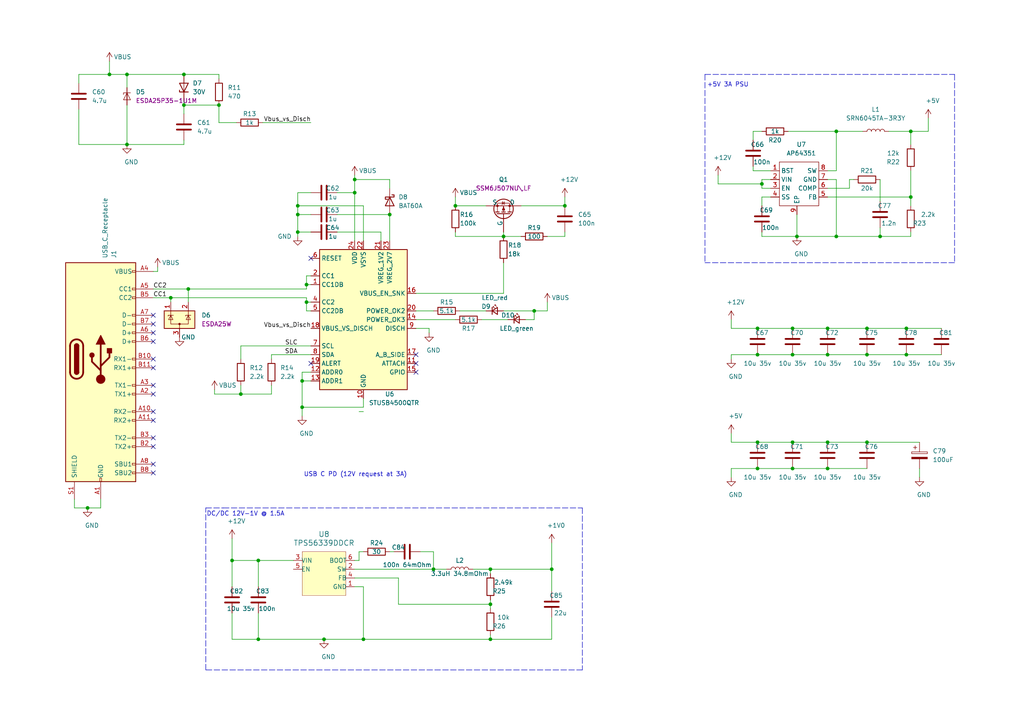
<source format=kicad_sch>
(kicad_sch (version 20211123) (generator eeschema)
  (paper "A4")
  (lib_symbols
    (symbol "CM4_NAS:AP64351"
      (property "Reference" "U" (at 0 8.89 0))
      (property "Value" "AP64351" (at 1.27 6.35 0))
      (symbol "AP64351_1_1"
        (pin passive line (at -7.62 2.54 0) (length 2.54) (name "BST") (number "1"))
        (pin power_in line (at -7.62 0 0) (length 2.54) (name "VIN") (number "2"))
        (pin input line (at -7.62 -2.54 0) (length 2.54) (name "EN") (number "3"))
        (pin input line (at -7.62 -5.08 0) (length 2.54) (name "SS") (number "4"))
        (pin input line (at 8.89 -5.08 180) (length 2.54) (name "FB") (number "5"))
        (pin input line (at 8.89 -2.54 180) (length 2.54) (name "COMP") (number "6"))
        (pin power_in line (at 8.89 0 180) (length 2.54) (name "GND") (number "7"))
        (pin output line (at 8.89 2.54 180) (length 2.54) (name "SW") (number "8"))
        (pin passive line (at 0 -10.16 90) (length 2.54) (name "EP") (number "9"))
      )
    )
    (symbol "CM4_NAS:ESDA25P35" (pin_numbers hide) (pin_names hide)
      (property "Reference" "D" (at 0 2.54 0))
      (property "MPN" "ESDA25P35" (at 0 -2.54 0))
      (symbol "ESDA25P35_1_1"
        (pin passive line (at -2.54 0 0) (length 2.54) (name "K1") (number "1"))
        (pin passive line (at 2.54 0 180) (length 2.54) (name "A") (number "2"))
      )
    )
    (symbol "CM4_NAS:ESDA25W" (pin_names hide)
      (property "Reference" "D" (at 5.715 2.54 0))
      (property "MPN" "ESDA25W" (at 10.16 0 0))
      (symbol "ESDA25W_0_0"
        (pin passive line (at 0 -5.08 90) (length 2.54) (name "A") (number "3"))
      )
      (symbol "ESDA25W_1_1"
        (pin passive line (at -2.54 5.08 270) (length 2.54) (name "K") (number "1"))
        (pin passive line (at 2.54 5.08 270) (length 2.54) (name "K") (number "2"))
      )
    )
    (symbol "CM4_NAS:SSM6J507NU" (pin_numbers hide) (pin_names (offset 0))
      (property "Reference" "Q" (at 5.08 1.27 0))
      (property "MPN" "SSM6J507NU" (at 11.43 -1.27 0))
      (symbol "SSM6J507NU_0_0"
        (pin passive line (at 2.54 5.08 270) (length 5.08) hide (name "D") (number "1"))
        (pin passive line (at 2.54 5.08 270) (length 5.08) hide (name "D") (number "2"))
        (pin passive line (at 2.54 5.08 270) (length 5.08) hide (name "D") (number "6"))
        (pin passive line (at 2.54 5.08 270) (length 5.08) (name "D") (number "D"))
        (pin passive line (at 2.54 -5.08 90) (length 5.08) (name "S") (number "S"))
      )
      (symbol "SSM6J507NU_1_1"
        (pin input line (at -5.08 0 0) (length 5.08) (name "G") (number "3"))
        (pin passive line (at 2.54 -5.08 90) (length 2.54) hide (name "S") (number "4"))
        (pin passive line (at 2.54 5.08 270) (length 2.54) hide (name "D") (number "5"))
      )
    )
    (symbol "CM4_NAS:TPS56339DDCR" (pin_names (offset -0.254))
      (property "Reference" "U" (at -1.27 10.16 0))
      (property "Value" "TPS56339DDCR" (at 0 7.62 0))
      (symbol "TPS56339DDCR_1_1"
        (pin power_in line (at 8.89 -3.81 180) (length 2.54) (name "GND") (number "1"))
        (pin power_in line (at 8.89 1.27 180) (length 2.54) (name "SW") (number "2"))
        (pin power_in line (at -8.89 3.81 0) (length 2.54) (name "VIN") (number "3"))
        (pin input line (at 8.89 -1.27 180) (length 2.54) (name "FB") (number "4"))
        (pin input line (at -8.89 1.27 0) (length 2.54) (name "EN") (number "5"))
        (pin power_in line (at 8.89 3.81 180) (length 2.54) (name "BOOT") (number "6"))
      )
    )
    (symbol "Connector:USB_C_Receptacle" (pin_names (offset 1.016))
      (property "Reference" "J" (at -10.16 29.21 0))
      (property "Value" "USB_C_Receptacle" (at 10.16 29.21 0))
      (symbol "USB_C_Receptacle_1_1"
        (pin passive line (at 0 -40.64 90) (length 5.08) (name "GND") (number "A1"))
        (pin bidirectional line (at 15.24 -15.24 180) (length 5.08) (name "RX2-") (number "A10"))
        (pin bidirectional line (at 15.24 -17.78 180) (length 5.08) (name "RX2+") (number "A11"))
        (pin passive line (at 0 -40.64 90) (length 5.08) hide (name "GND") (number "A12"))
        (pin bidirectional line (at 15.24 -10.16 180) (length 5.08) (name "TX1+") (number "A2"))
        (pin bidirectional line (at 15.24 -7.62 180) (length 5.08) (name "TX1-") (number "A3"))
        (pin passive line (at 15.24 25.4 180) (length 5.08) (name "VBUS") (number "A4"))
        (pin bidirectional line (at 15.24 20.32 180) (length 5.08) (name "CC1") (number "A5"))
        (pin bidirectional line (at 15.24 7.62 180) (length 5.08) (name "D+") (number "A6"))
        (pin bidirectional line (at 15.24 12.7 180) (length 5.08) (name "D-") (number "A7"))
        (pin bidirectional line (at 15.24 -30.48 180) (length 5.08) (name "SBU1") (number "A8"))
        (pin passive line (at 15.24 25.4 180) (length 5.08) hide (name "VBUS") (number "A9"))
        (pin passive line (at 0 -40.64 90) (length 5.08) hide (name "GND") (number "B1"))
        (pin bidirectional line (at 15.24 0 180) (length 5.08) (name "RX1-") (number "B10"))
        (pin bidirectional line (at 15.24 -2.54 180) (length 5.08) (name "RX1+") (number "B11"))
        (pin passive line (at 0 -40.64 90) (length 5.08) hide (name "GND") (number "B12"))
        (pin bidirectional line (at 15.24 -25.4 180) (length 5.08) (name "TX2+") (number "B2"))
        (pin bidirectional line (at 15.24 -22.86 180) (length 5.08) (name "TX2-") (number "B3"))
        (pin passive line (at 15.24 25.4 180) (length 5.08) hide (name "VBUS") (number "B4"))
        (pin bidirectional line (at 15.24 17.78 180) (length 5.08) (name "CC2") (number "B5"))
        (pin bidirectional line (at 15.24 5.08 180) (length 5.08) (name "D+") (number "B6"))
        (pin bidirectional line (at 15.24 10.16 180) (length 5.08) (name "D-") (number "B7"))
        (pin bidirectional line (at 15.24 -33.02 180) (length 5.08) (name "SBU2") (number "B8"))
        (pin passive line (at 15.24 25.4 180) (length 5.08) hide (name "VBUS") (number "B9"))
        (pin passive line (at -7.62 -40.64 90) (length 5.08) (name "SHIELD") (number "S1"))
      )
    )
    (symbol "Device:C" (pin_numbers hide) (pin_names (offset 0.254))
      (property "Reference" "C" (at 0.635 2.54 0))
      (property "Value" "C" (at 0.635 -2.54 0))
      (symbol "C_1_1"
        (pin passive line (at 0 3.81 270) (length 2.794) (name "~") (number "1"))
        (pin passive line (at 0 -3.81 90) (length 2.794) (name "~") (number "2"))
      )
    )
    (symbol "Device:C_Polarized" (pin_numbers hide) (pin_names (offset 0.254))
      (property "Reference" "C" (at 0.635 2.54 0))
      (property "Value" "C_Polarized" (at 0.635 -2.54 0))
      (symbol "C_Polarized_1_1"
        (pin passive line (at 0 3.81 270) (length 2.794) (name "~") (number "1"))
        (pin passive line (at 0 -3.81 90) (length 2.794) (name "~") (number "2"))
      )
    )
    (symbol "Device:D_Zener" (pin_numbers hide) (pin_names (offset 1.016) hide)
      (property "Reference" "D" (at 0 2.54 0))
      (property "Value" "D_Zener" (at 0 -2.54 0))
      (symbol "D_Zener_1_1"
        (pin passive line (at -3.81 0 0) (length 2.54) (name "K") (number "1"))
        (pin passive line (at 3.81 0 180) (length 2.54) (name "A") (number "2"))
      )
    )
    (symbol "Device:L" (pin_numbers hide) (pin_names (offset 1.016) hide)
      (property "Reference" "L" (at -1.27 0 90))
      (property "Value" "L" (at 1.905 0 90))
      (symbol "L_1_1"
        (pin passive line (at 0 3.81 270) (length 1.27) (name "1") (number "1"))
        (pin passive line (at 0 -3.81 90) (length 1.27) (name "2") (number "2"))
      )
    )
    (symbol "Device:LED_Small" (pin_numbers hide) (pin_names (offset 0.254) hide)
      (property "Reference" "D" (at -1.27 3.175 0))
      (property "Value" "LED_Small" (at -4.445 -2.54 0))
      (symbol "LED_Small_1_1"
        (pin passive line (at -2.54 0 0) (length 1.778) (name "K") (number "1"))
        (pin passive line (at 2.54 0 180) (length 1.778) (name "A") (number "2"))
      )
    )
    (symbol "Device:R" (pin_numbers hide) (pin_names (offset 0))
      (property "Reference" "R" (at 2.032 0 90))
      (property "Value" "R" (at 0 0 90))
      (symbol "R_1_1"
        (pin passive line (at 0 3.81 270) (length 1.27) (name "~") (number "1"))
        (pin passive line (at 0 -3.81 90) (length 1.27) (name "~") (number "2"))
      )
    )
    (symbol "Diode:BAT60A" (pin_numbers hide) (pin_names (offset 1.016) hide)
      (property "Reference" "D" (at 0 2.54 0))
      (property "Value" "BAT60A" (at 0 -2.54 0))
      (symbol "BAT60A_1_1"
        (pin passive line (at -3.81 0 0) (length 2.54) (name "K") (number "1"))
        (pin passive line (at 3.81 0 180) (length 2.54) (name "A") (number "2"))
      )
    )
    (symbol "Interface_USB:STUSB4500QTR"
      (property "Reference" "U" (at -12.7 21.59 0))
      (property "Value" "STUSB4500QTR" (at 8.89 -21.59 0))
      (symbol "STUSB4500QTR_1_1"
        (pin bidirectional line (at -15.24 10.16 0) (length 2.54) (name "CC1DB") (number "1"))
        (pin power_in line (at 0 -22.86 90) (length 2.54) (name "GND") (number "10"))
        (pin open_collector line (at 15.24 -12.7 180) (length 2.54) (name "ATTACH") (number "11"))
        (pin input line (at -15.24 -15.24 0) (length 2.54) (name "ADDR0") (number "12"))
        (pin input line (at -15.24 -17.78 0) (length 2.54) (name "ADDR1") (number "13"))
        (pin open_collector line (at 15.24 0 180) (length 2.54) (name "POWER_OK3") (number "14"))
        (pin open_collector line (at 15.24 -15.24 180) (length 2.54) (name "GPIO") (number "15"))
        (pin open_collector line (at 15.24 7.62 180) (length 2.54) (name "VBUS_EN_SNK") (number "16"))
        (pin open_collector line (at 15.24 -10.16 180) (length 2.54) (name "A_B_SIDE") (number "17"))
        (pin input line (at -15.24 -2.54 0) (length 2.54) (name "VBUS_VS_DISCH") (number "18"))
        (pin open_collector line (at -15.24 -12.7 0) (length 2.54) (name "ALERT") (number "19"))
        (pin bidirectional line (at -15.24 12.7 0) (length 2.54) (name "CC1") (number "2"))
        (pin open_collector line (at 15.24 2.54 180) (length 2.54) (name "POWER_OK2") (number "20"))
        (pin power_out line (at 5.08 22.86 270) (length 2.54) (name "VREG_1V2") (number "21"))
        (pin power_in line (at 0 22.86 270) (length 2.54) (name "VSYS") (number "22"))
        (pin power_out line (at 7.62 22.86 270) (length 2.54) (name "VREG_2V7") (number "23"))
        (pin power_in line (at -2.54 22.86 270) (length 2.54) (name "VDD") (number "24"))
        (pin passive line (at 0 -22.86 90) (length 2.54) hide (name "GND") (number "25"))
        (pin no_connect line (at -12.7 15.24 0) (length 2.54) hide (name "NC") (number "3"))
        (pin bidirectional line (at -15.24 5.08 0) (length 2.54) (name "CC2") (number "4"))
        (pin bidirectional line (at -15.24 2.54 0) (length 2.54) (name "CC2DB") (number "5"))
        (pin input line (at -15.24 17.78 0) (length 2.54) (name "RESET") (number "6"))
        (pin input line (at -15.24 -7.62 0) (length 2.54) (name "SCL") (number "7"))
        (pin bidirectional line (at -15.24 -10.16 0) (length 2.54) (name "SDA") (number "8"))
        (pin bidirectional line (at 15.24 -2.54 180) (length 2.54) (name "DISCH") (number "9"))
      )
    )
    (symbol "power:+12V" (power) (pin_names (offset 0))
      (property "Value" "+12V" (at 0 3.556 0))
      (symbol "+12V_1_1"
        (pin power_in line (at 0 0 90) (length 0) hide (name "+12V") (number "1"))
      )
    )
    (symbol "power:+1V0" (power) (pin_names (offset 0))
      (property "Value" "+1V0" (at 0 3.556 0))
      (symbol "+1V0_1_1"
        (pin power_in line (at 0 0 90) (length 0) hide (name "+1V0") (number "1"))
      )
    )
    (symbol "power:+5V" (power) (pin_names (offset 0))
      (property "Value" "+5V" (at 0 3.556 0))
      (symbol "+5V_1_1"
        (pin power_in line (at 0 0 90) (length 0) hide (name "+5V") (number "1"))
      )
    )
    (symbol "power:GND" (power) (pin_names (offset 0))
      (property "Value" "GND" (at 0 -3.81 0))
      (symbol "GND_1_1"
        (pin power_in line (at 0 0 270) (length 0) hide (name "GND") (number "1"))
      )
    )
    (symbol "power:VBUS" (power) (pin_names (offset 0))
      (property "Value" "VBUS" (at 0 3.81 0))
      (symbol "VBUS_1_1"
        (pin power_in line (at 0 0 90) (length 0) hide (name "VBUS") (number "1"))
      )
    )
  )
  (junction (at 242.57 38.1) (diameter 0.9144))
  (junction (at 142.24 175.26) (diameter 0.9144))
  (junction (at 69.85 114.3) (diameter 0.9144))
  (junction (at 88.9 82.55) (diameter 0.9144))
  (junction (at 102.87 55.88) (diameter 0.9144))
  (junction (at 142.24 165.1) (diameter 0.9144))
  (junction (at 105.41 185.42) (diameter 0.9144))
  (junction (at 264.16 57.15) (diameter 0.9144))
  (junction (at 146.05 68.58) (diameter 0.9144))
  (junction (at 125.73 165.1) (diameter 0.9144))
  (junction (at 219.71 95.25) (diameter 0.9144))
  (junction (at 86.36 62.23) (diameter 0.9144))
  (junction (at 74.93 162.56) (diameter 0.9144))
  (junction (at 86.36 67.31) (diameter 0.9144))
  (junction (at 142.24 185.42) (diameter 0.9144))
  (junction (at 240.03 95.25) (diameter 0.9144))
  (junction (at 25.4 147.32) (diameter 0.9144))
  (junction (at 53.34 21.59) (diameter 0.9144))
  (junction (at 113.03 62.23) (diameter 0.9144))
  (junction (at 31.75 21.59) (diameter 0.9144))
  (junction (at 240.03 135.89) (diameter 0.9144))
  (junction (at 251.46 102.87) (diameter 0.9144))
  (junction (at 229.87 95.25) (diameter 0.9144))
  (junction (at 102.87 52.07) (diameter 0.9144))
  (junction (at 74.93 185.42) (diameter 0.9144))
  (junction (at 251.46 128.27) (diameter 0.9144))
  (junction (at 163.83 59.69) (diameter 0.9144))
  (junction (at 49.53 86.36) (diameter 0.9144))
  (junction (at 154.94 90.17) (diameter 0.9144))
  (junction (at 251.46 95.25) (diameter 0.9144))
  (junction (at 229.87 128.27) (diameter 0.9144))
  (junction (at 86.36 59.69) (diameter 0.9144))
  (junction (at 262.89 95.25) (diameter 0.9144))
  (junction (at 220.98 53.34) (diameter 0.9144))
  (junction (at 87.63 118.11) (diameter 0.9144))
  (junction (at 36.83 41.91) (diameter 0.9144))
  (junction (at 240.03 128.27) (diameter 0.9144))
  (junction (at 264.16 38.1) (diameter 0.9144))
  (junction (at 219.71 135.89) (diameter 0.9144))
  (junction (at 87.63 110.49) (diameter 0.9144))
  (junction (at 219.71 128.27) (diameter 0.9144))
  (junction (at 219.71 102.87) (diameter 0.9144))
  (junction (at 93.98 185.42) (diameter 0.9144))
  (junction (at 255.27 68.58) (diameter 0.9144))
  (junction (at 242.57 68.58) (diameter 0.9144))
  (junction (at 53.34 30.48) (diameter 0.9144))
  (junction (at 229.87 135.89) (diameter 0.9144))
  (junction (at 63.5 30.48) (diameter 0.9144))
  (junction (at 88.9 87.63) (diameter 0.9144))
  (junction (at 240.03 102.87) (diameter 0.9144))
  (junction (at 229.87 102.87) (diameter 0.9144))
  (junction (at 231.14 68.58) (diameter 0.9144))
  (junction (at 132.08 59.69) (diameter 0.9144))
  (junction (at 160.02 165.1) (diameter 0.9144))
  (junction (at 67.31 162.56) (diameter 0.9144))
  (junction (at 36.83 21.59) (diameter 0.9144))
  (junction (at 262.89 102.87) (diameter 0.9144))
  (junction (at 54.61 83.82) (diameter 0.9144))
  (no_connect (at 44.45 93.98))
  (no_connect (at 90.17 74.93))
  (no_connect (at 44.45 121.92))
  (no_connect (at 44.45 129.54))
  (no_connect (at 44.45 111.76))
  (no_connect (at 44.45 137.16))
  (no_connect (at 44.45 96.52))
  (no_connect (at 120.65 102.87))
  (no_connect (at 44.45 91.44))
  (no_connect (at 44.45 127))
  (no_connect (at 120.65 105.41))
  (no_connect (at 44.45 114.3))
  (no_connect (at 44.45 134.62))
  (no_connect (at 44.45 99.06))
  (no_connect (at 120.65 107.95))
  (no_connect (at 44.45 119.38))
  (no_connect (at 44.45 104.14))
  (no_connect (at 90.17 105.41))
  (no_connect (at 44.45 106.68))
  (wire (pts (xy 142.24 173.99) (xy 142.24 175.26)))
  (wire (pts (xy 142.24 175.26) (xy 142.24 176.53)))
  (wire (pts (xy 120.65 90.17) (xy 125.73 90.17)))
  (wire (pts (xy 139.7 92.71) (xy 147.32 92.71)))
  (wire (pts (xy 242.57 68.58) (xy 231.14 68.58)))
  (wire (pts (xy 113.03 160.02) (xy 114.3 160.02)))
  (wire (pts (xy 229.87 128.27) (xy 240.03 128.27)))
  (wire (pts (xy 219.71 128.27) (xy 229.87 128.27)))
  (wire (pts (xy 87.63 110.49) (xy 87.63 107.95)))
  (wire (pts (xy 264.16 67.31) (xy 264.16 68.58)))
  (wire (pts (xy 21.59 147.32) (xy 25.4 147.32)))
  (wire (pts (xy 86.36 67.31) (xy 86.36 62.23)))
  (wire (pts (xy 63.5 35.56) (xy 63.5 30.48)))
  (wire (pts (xy 88.9 83.82) (xy 88.9 82.55)))
  (wire (pts (xy 44.45 78.74) (xy 45.72 78.74)))
  (wire (pts (xy 262.89 95.25) (xy 273.05 95.25)))
  (wire (pts (xy 78.74 114.3) (xy 69.85 114.3)))
  (wire (pts (xy 78.74 102.87) (xy 90.17 102.87)))
  (wire (pts (xy 212.09 95.25) (xy 219.71 95.25)))
  (wire (pts (xy 104.14 119.38) (xy 105.41 119.38)))
  (wire (pts (xy 88.9 90.17) (xy 88.9 87.63)))
  (wire (pts (xy 102.87 165.1) (xy 125.73 165.1)))
  (wire (pts (xy 125.73 165.1) (xy 129.54 165.1)))
  (wire (pts (xy 219.71 102.87) (xy 212.09 102.87)))
  (wire (pts (xy 242.57 68.58) (xy 255.27 68.58)))
  (wire (pts (xy 251.46 128.27) (xy 266.7 128.27)))
  (wire (pts (xy 133.35 90.17) (xy 140.97 90.17)))
  (wire (pts (xy 53.34 29.21) (xy 53.34 30.48)))
  (wire (pts (xy 49.53 86.36) (xy 88.9 86.36)))
  (wire (pts (xy 146.05 68.58) (xy 151.13 68.58)))
  (wire (pts (xy 63.5 21.59) (xy 63.5 22.86)))
  (wire (pts (xy 22.86 31.75) (xy 22.86 41.91)))
  (polyline (pts (xy 276.86 76.2) (xy 204.47 76.2)) (stroke (width 0) (type dash)))
  (wire (pts (xy 251.46 95.25) (xy 262.89 95.25)))
  (wire (pts (xy 102.87 55.88) (xy 102.87 69.85)))
  (wire (pts (xy 242.57 38.1) (xy 250.19 38.1)))
  (wire (pts (xy 22.86 24.13) (xy 22.86 21.59)))
  (wire (pts (xy 269.24 34.29) (xy 269.24 38.1)))
  (wire (pts (xy 240.03 135.89) (xy 251.46 135.89)))
  (wire (pts (xy 212.09 125.73) (xy 212.09 128.27)))
  (wire (pts (xy 219.71 135.89) (xy 212.09 135.89)))
  (wire (pts (xy 240.03 102.87) (xy 229.87 102.87)))
  (wire (pts (xy 88.9 86.36) (xy 88.9 87.63)))
  (wire (pts (xy 62.23 114.3) (xy 69.85 114.3)))
  (wire (pts (xy 163.83 68.58) (xy 163.83 67.31)))
  (wire (pts (xy 132.08 67.31) (xy 132.08 68.58)))
  (wire (pts (xy 102.87 52.07) (xy 102.87 55.88)))
  (wire (pts (xy 74.93 162.56) (xy 85.09 162.56)))
  (polyline (pts (xy 204.47 21.59) (xy 276.86 21.59)) (stroke (width 0) (type dash)))
  (wire (pts (xy 102.87 167.64) (xy 115.57 167.64)))
  (wire (pts (xy 115.57 167.64) (xy 115.57 175.26)))
  (wire (pts (xy 115.57 175.26) (xy 142.24 175.26)))
  (wire (pts (xy 110.49 67.31) (xy 97.79 67.31)))
  (wire (pts (xy 120.65 85.09) (xy 146.05 85.09)))
  (wire (pts (xy 36.83 30.48) (xy 36.83 41.91)))
  (wire (pts (xy 121.92 160.02) (xy 125.73 160.02)))
  (wire (pts (xy 125.73 160.02) (xy 125.73 165.1)))
  (wire (pts (xy 218.44 40.64) (xy 218.44 38.1)))
  (wire (pts (xy 255.27 66.04) (xy 255.27 68.58)))
  (wire (pts (xy 240.03 95.25) (xy 251.46 95.25)))
  (polyline (pts (xy 204.47 21.59) (xy 204.47 76.2)) (stroke (width 0) (type dash)))
  (wire (pts (xy 25.4 147.32) (xy 29.21 147.32)))
  (wire (pts (xy 154.94 90.17) (xy 154.94 92.71)))
  (wire (pts (xy 87.63 118.11) (xy 105.41 118.11)))
  (wire (pts (xy 212.09 92.71) (xy 212.09 95.25)))
  (wire (pts (xy 273.05 102.87) (xy 262.89 102.87)))
  (wire (pts (xy 29.21 147.32) (xy 29.21 144.78)))
  (wire (pts (xy 88.9 80.01) (xy 88.9 82.55)))
  (wire (pts (xy 218.44 49.53) (xy 218.44 48.26)))
  (wire (pts (xy 67.31 177.8) (xy 67.31 185.42)))
  (wire (pts (xy 67.31 185.42) (xy 74.93 185.42)))
  (wire (pts (xy 74.93 185.42) (xy 93.98 185.42)))
  (wire (pts (xy 229.87 95.25) (xy 240.03 95.25)))
  (wire (pts (xy 86.36 59.69) (xy 105.41 59.69)))
  (wire (pts (xy 220.98 67.31) (xy 220.98 68.58)))
  (wire (pts (xy 208.28 53.34) (xy 220.98 53.34)))
  (wire (pts (xy 67.31 162.56) (xy 74.93 162.56)))
  (wire (pts (xy 67.31 170.18) (xy 67.31 162.56)))
  (wire (pts (xy 223.52 54.61) (xy 220.98 54.61)))
  (wire (pts (xy 53.34 40.64) (xy 53.34 41.91)))
  (wire (pts (xy 212.09 102.87) (xy 212.09 104.14)))
  (wire (pts (xy 220.98 52.07) (xy 223.52 52.07)))
  (wire (pts (xy 158.75 87.63) (xy 158.75 90.17)))
  (wire (pts (xy 69.85 114.3) (xy 69.85 111.76)))
  (wire (pts (xy 53.34 41.91) (xy 36.83 41.91)))
  (wire (pts (xy 142.24 165.1) (xy 160.02 165.1)))
  (wire (pts (xy 160.02 165.1) (xy 160.02 171.45)))
  (wire (pts (xy 154.94 92.71) (xy 152.4 92.71)))
  (wire (pts (xy 74.93 162.56) (xy 74.93 170.18)))
  (wire (pts (xy 158.75 68.58) (xy 163.83 68.58)))
  (wire (pts (xy 90.17 90.17) (xy 88.9 90.17)))
  (wire (pts (xy 229.87 102.87) (xy 219.71 102.87)))
  (wire (pts (xy 53.34 30.48) (xy 63.5 30.48)))
  (wire (pts (xy 44.45 86.36) (xy 49.53 86.36)))
  (wire (pts (xy 49.53 86.36) (xy 49.53 87.63)))
  (wire (pts (xy 240.03 57.15) (xy 264.16 57.15)))
  (wire (pts (xy 54.61 83.82) (xy 54.61 87.63)))
  (wire (pts (xy 212.09 135.89) (xy 212.09 138.43)))
  (wire (pts (xy 78.74 104.14) (xy 78.74 102.87)))
  (wire (pts (xy 132.08 68.58) (xy 146.05 68.58)))
  (wire (pts (xy 90.17 110.49) (xy 87.63 110.49)))
  (wire (pts (xy 229.87 135.89) (xy 240.03 135.89)))
  (wire (pts (xy 124.46 95.25) (xy 124.46 96.52)))
  (wire (pts (xy 68.58 35.56) (xy 63.5 35.56)))
  (wire (pts (xy 62.23 113.03) (xy 62.23 114.3)))
  (polyline (pts (xy 276.86 21.59) (xy 276.86 76.2)) (stroke (width 0) (type dash)))
  (wire (pts (xy 22.86 41.91) (xy 36.83 41.91)))
  (wire (pts (xy 120.65 95.25) (xy 124.46 95.25)))
  (wire (pts (xy 262.89 102.87) (xy 251.46 102.87)))
  (wire (pts (xy 31.75 21.59) (xy 31.75 17.78)))
  (wire (pts (xy 36.83 21.59) (xy 31.75 21.59)))
  (wire (pts (xy 76.2 35.56) (xy 90.17 35.56)))
  (wire (pts (xy 86.36 62.23) (xy 90.17 62.23)))
  (wire (pts (xy 105.41 170.18) (xy 102.87 170.18)))
  (wire (pts (xy 105.41 185.42) (xy 105.41 170.18)))
  (wire (pts (xy 142.24 184.15) (xy 142.24 185.42)))
  (wire (pts (xy 142.24 185.42) (xy 105.41 185.42)))
  (wire (pts (xy 242.57 49.53) (xy 240.03 49.53)))
  (wire (pts (xy 146.05 67.31) (xy 146.05 68.58)))
  (wire (pts (xy 264.16 38.1) (xy 264.16 41.91)))
  (polyline (pts (xy 59.69 147.32) (xy 64.77 147.32)) (stroke (width 0) (type dash)))
  (polyline (pts (xy 59.69 194.31) (xy 59.69 147.32)) (stroke (width 0) (type dash)))
  (polyline (pts (xy 64.77 147.32) (xy 168.91 147.32)) (stroke (width 0) (type dash)))
  (polyline (pts (xy 168.91 147.32) (xy 168.91 194.31)) (stroke (width 0) (type dash)))
  (polyline (pts (xy 168.91 194.31) (xy 59.69 194.31)) (stroke (width 0) (type dash)))
  (wire (pts (xy 36.83 21.59) (xy 53.34 21.59)))
  (wire (pts (xy 53.34 21.59) (xy 63.5 21.59)))
  (wire (pts (xy 87.63 110.49) (xy 87.63 118.11)))
  (wire (pts (xy 88.9 80.01) (xy 90.17 80.01)))
  (wire (pts (xy 69.85 100.33) (xy 69.85 104.14)))
  (wire (pts (xy 257.81 38.1) (xy 264.16 38.1)))
  (wire (pts (xy 110.49 69.85) (xy 110.49 67.31)))
  (wire (pts (xy 151.13 59.69) (xy 163.83 59.69)))
  (wire (pts (xy 86.36 67.31) (xy 90.17 67.31)))
  (wire (pts (xy 212.09 128.27) (xy 219.71 128.27)))
  (wire (pts (xy 142.24 165.1) (xy 142.24 166.37)))
  (wire (pts (xy 86.36 68.58) (xy 86.36 67.31)))
  (wire (pts (xy 22.86 21.59) (xy 31.75 21.59)))
  (wire (pts (xy 102.87 52.07) (xy 113.03 52.07)))
  (wire (pts (xy 220.98 57.15) (xy 223.52 57.15)))
  (wire (pts (xy 163.83 57.15) (xy 163.83 59.69)))
  (wire (pts (xy 86.36 59.69) (xy 86.36 55.88)))
  (wire (pts (xy 264.16 68.58) (xy 255.27 68.58)))
  (wire (pts (xy 264.16 49.53) (xy 264.16 57.15)))
  (wire (pts (xy 88.9 87.63) (xy 90.17 87.63)))
  (wire (pts (xy 219.71 95.25) (xy 229.87 95.25)))
  (wire (pts (xy 266.7 135.89) (xy 266.7 138.43)))
  (wire (pts (xy 78.74 111.76) (xy 78.74 114.3)))
  (wire (pts (xy 231.14 68.58) (xy 231.14 62.23)))
  (wire (pts (xy 223.52 49.53) (xy 218.44 49.53)))
  (wire (pts (xy 132.08 57.15) (xy 132.08 59.69)))
  (wire (pts (xy 45.72 78.74) (xy 45.72 77.47)))
  (wire (pts (xy 54.61 83.82) (xy 88.9 83.82)))
  (wire (pts (xy 86.36 62.23) (xy 86.36 59.69)))
  (wire (pts (xy 220.98 59.69) (xy 220.98 57.15)))
  (wire (pts (xy 93.98 185.42) (xy 105.41 185.42)))
  (wire (pts (xy 102.87 162.56) (xy 104.14 162.56)))
  (wire (pts (xy 104.14 160.02) (xy 105.41 160.02)))
  (wire (pts (xy 104.14 162.56) (xy 104.14 160.02)))
  (wire (pts (xy 67.31 156.21) (xy 67.31 162.56)))
  (wire (pts (xy 142.24 185.42) (xy 160.02 185.42)))
  (wire (pts (xy 160.02 185.42) (xy 160.02 179.07)))
  (wire (pts (xy 220.98 54.61) (xy 220.98 53.34)))
  (wire (pts (xy 44.45 83.82) (xy 54.61 83.82)))
  (wire (pts (xy 90.17 82.55) (xy 88.9 82.55)))
  (wire (pts (xy 146.05 90.17) (xy 154.94 90.17)))
  (wire (pts (xy 220.98 68.58) (xy 231.14 68.58)))
  (wire (pts (xy 219.71 135.89) (xy 229.87 135.89)))
  (wire (pts (xy 160.02 157.48) (xy 160.02 165.1)))
  (wire (pts (xy 158.75 90.17) (xy 154.94 90.17)))
  (wire (pts (xy 142.24 165.1) (xy 137.16 165.1)))
  (wire (pts (xy 218.44 38.1) (xy 220.98 38.1)))
  (wire (pts (xy 240.03 54.61) (xy 246.38 54.61)))
  (wire (pts (xy 220.98 53.34) (xy 220.98 52.07)))
  (wire (pts (xy 208.28 50.8) (xy 208.28 53.34)))
  (wire (pts (xy 90.17 100.33) (xy 69.85 100.33)))
  (wire (pts (xy 146.05 85.09) (xy 146.05 76.2)))
  (wire (pts (xy 97.79 62.23) (xy 113.03 62.23)))
  (wire (pts (xy 120.65 92.71) (xy 132.08 92.71)))
  (wire (pts (xy 113.03 54.61) (xy 113.03 52.07)))
  (wire (pts (xy 97.79 55.88) (xy 102.87 55.88)))
  (wire (pts (xy 228.6 38.1) (xy 242.57 38.1)))
  (wire (pts (xy 242.57 38.1) (xy 242.57 49.53)))
  (wire (pts (xy 242.57 52.07) (xy 242.57 68.58)))
  (wire (pts (xy 53.34 30.48) (xy 53.34 33.02)))
  (wire (pts (xy 269.24 38.1) (xy 264.16 38.1)))
  (wire (pts (xy 255.27 52.07) (xy 255.27 58.42)))
  (wire (pts (xy 246.38 54.61) (xy 246.38 52.07)))
  (wire (pts (xy 240.03 128.27) (xy 251.46 128.27)))
  (wire (pts (xy 105.41 115.57) (xy 105.41 118.11)))
  (wire (pts (xy 87.63 107.95) (xy 90.17 107.95)))
  (wire (pts (xy 21.59 144.78) (xy 21.59 147.32)))
  (wire (pts (xy 36.83 25.4) (xy 36.83 21.59)))
  (wire (pts (xy 87.63 118.11) (xy 87.63 120.65)))
  (wire (pts (xy 86.36 55.88) (xy 90.17 55.88)))
  (wire (pts (xy 264.16 57.15) (xy 264.16 59.69)))
  (wire (pts (xy 246.38 52.07) (xy 247.65 52.07)))
  (wire (pts (xy 113.03 62.23) (xy 113.03 69.85)))
  (wire (pts (xy 102.87 50.8) (xy 102.87 52.07)))
  (wire (pts (xy 251.46 102.87) (xy 240.03 102.87)))
  (wire (pts (xy 240.03 52.07) (xy 242.57 52.07)))
  (wire (pts (xy 74.93 177.8) (xy 74.93 185.42)))
  (wire (pts (xy 105.41 69.85) (xy 105.41 59.69)))
  (wire (pts (xy 132.08 59.69) (xy 140.97 59.69)))
  (text "USB C PD (12V request at 3A)\n" (at 118.11 138.43 180) (effects (font (size 1.27 1.27)) (justify right bottom)))
  (text "DC/DC 12V-1V @ 1.5A" (at 82.55 149.86 180) (effects (font (size 1.27 1.27)) (justify right bottom)))
  (text "+5V 3A PSU" (at 217.17 25.4 180) (effects (font (size 1.27 1.27)) (justify right bottom)))
  (label "SDA" (at 86.36 102.87 180))
  (label "Vbus_vs_Disch" (at 90.17 95.25 180))
  (label "SLC" (at 86.36 100.33 180))
  (label "Vbus_vs_Disch" (at 90.17 35.56 180))
  (label "CC1" (at 44.45 86.36 0))
  (label "CC2" (at 44.45 83.82 0))
  (symbol (lib_id "Device:R") (at 78.74 107.95 0) (unit 1)
    (property "Reference" "R14" (at 81.28 106.68 0) (effects (justify left)))
    (property "Value" "2.2k" (at 81.28 109.22 0) (effects (justify left)))
    (property "Footprint" "Resistor_SMD:R_0402_1005Metric" (effects hide))
    (property "MFR" "Yageo" (effects hide))
    (property "MPN" "RC0402FR-132K2L" (effects hide))
  )
  (symbol (lib_id "power:GND") (at 231.14 68.58 0) (unit 1)
    (property "Reference" "#PWR0156" (effects hide))
    (property "Value" "GND" (at 232.41 73.66 0))
  )
  (symbol (lib_id "power:GND") (at 124.46 96.52 0) (unit 1)
    (property "Reference" "#PWR0146" (effects hide))
    (property "Value" "GND" (at 125.73 101.6 0))
  )
  (symbol (lib_id "Device:R") (at 132.08 63.5 0) (unit 1)
    (property "Reference" "R16" (at 133.35 62.23 0) (effects (justify left)))
    (property "Value" "100k" (at 133.35 64.77 0) (effects (justify left)))
    (property "Footprint" "Resistor_SMD:R_0402_1005Metric" (effects hide))
    (property "MFR" "Bourns" (effects hide))
    (property "MPN" "CR0402-FX-1003GLF" (effects hide))
  )
  (symbol (lib_id "Interface_USB:STUSB4500QTR") (at 105.41 92.71 0) (unit 1)
    (property "Reference" "U6" (at 113.03 114.3 0))
    (property "Value" "STUSB4500QTR" (at 114.3 116.84 0))
    (property "Footprint" "Package_DFN_QFN:QFN-24-1EP_4x4mm_P0.5mm_EP2.7x2.7mm" (effects hide))
    (property "Datasheet" "https://www.st.com/resource/en/datasheet/stusb4500.pdf" (effects hide))
    (property "MFR" "STMicroelectronics " (effects hide))
    (property "MPN" "STUSB4500QTR " (effects hide))
  )
  (symbol (lib_id "power:GND") (at 25.4 147.32 0) (unit 1)
    (property "Reference" "#PWR0149" (effects hide))
    (property "Value" "GND" (at 26.67 152.4 0))
  )
  (symbol (lib_id "power:VBUS") (at 62.23 113.03 0) (unit 1)
    (property "Reference" "#PWR0144" (effects hide))
    (property "Value" "VBUS" (at 66.04 111.76 0))
  )
  (symbol (lib_id "power:VBUS") (at 132.08 57.15 0) (unit 1)
    (property "Reference" "#PWR0153" (effects hide))
    (property "Value" "VBUS" (at 135.89 55.88 0))
  )
  (symbol (lib_id "power:GND") (at 212.09 138.43 0) (unit 1)
    (property "Reference" "#PWR0159" (effects hide))
    (property "Value" "GND" (at 213.36 143.51 0))
  )
  (symbol (lib_id "power:+12V") (at 67.31 156.21 0) (unit 1)
    (property "Reference" "#PWR0177" (effects hide))
    (property "Value" "+12V" (at 68.58 151.13 0))
  )
  (symbol (lib_id "Device:C") (at 53.34 36.83 0) (unit 1)
    (property "Reference" "C61" (at 57.15 35.56 0) (effects (justify left)))
    (property "Value" "4.7u" (at 57.15 38.1 0) (effects (justify left)))
    (property "Footprint" "Capacitor_SMD:C_0603_1608Metric" (effects hide))
    (property "MFR" "Samsung" (effects hide))
    (property "MPN" "CL10A475KO8NNNC" (effects hide))
  )
  (symbol (lib_id "CM4_NAS:SSM6J507NU") (at 146.05 62.23 270) (mirror x) (unit 1)
    (property "Reference" "Q1" (at 146.05 52.07 90))
    (property "Value" "SSM6J507NU" (effects hide))
    (property "Footprint" "CM4+NAS:UDFN6B" (effects hide))
    (property "MPN" "SSM6J507NU\\,LF" (at 146.05 54.61 90))
    (property "MFR" "Toshiba" (effects hide))
  )
  (symbol (lib_id "power:VBUS") (at 45.72 77.47 0) (unit 1)
    (property "Reference" "#PWR0147" (effects hide))
    (property "Value" "VBUS" (at 49.53 76.2 0))
  )
  (symbol (lib_id "Device:L") (at 254 38.1 90) (unit 1)
    (property "Reference" "L1" (at 254 31.75 90))
    (property "Value" "SRN6045TA-3R3Y" (at 254 34.29 90))
    (property "Footprint" "Inductor_SMD:L_Bourns_SRN6045TA" (effects hide))
    (property "MFR" "Bourns" (effects hide))
    (property "MPN" "SRN6045TA-3R3Y" (effects hide))
  )
  (symbol (lib_id "Device:C") (at 163.83 63.5 0) (unit 1)
    (property "Reference" "C65" (at 167.64 62.23 0) (effects (justify left)))
    (property "Value" "100n" (at 167.64 64.77 0) (effects (justify left)))
    (property "Footprint" "Capacitor_SMD:C_0402_1005Metric" (effects hide))
    (property "MFR" "Murata" (effects hide))
    (property "MPN" "GCM155R71C104KA55D" (effects hide))
  )
  (symbol (lib_id "Device:L") (at 133.35 165.1 90) (unit 1)
    (property "Reference" "L2" (at 133.35 162.56 90))
    (property "Value" "3.3uH 34.8mOhm" (at 133.35 166.37 90))
    (property "Footprint" "Inductor_SMD:L_Coilcraft_XxL4020" (effects hide))
    (property "MFR" "Coilcraft" (effects hide))
    (property "MPN" "XFL4020-332MEB" (effects hide))
  )
  (symbol (lib_id "Diode:BAT60A") (at 113.03 58.42 270) (unit 1)
    (property "Reference" "D8" (at 115.57 57.15 90) (effects (justify left)))
    (property "Value" "BAT60A" (at 115.57 59.69 90) (effects (justify left)))
    (property "Footprint" "Diode_SMD:D_SOD-323" (effects hide))
    (property "Datasheet" "https://www.infineon.com/dgdl/Infineon-BAT60ASERIES-DS-v01_01-en.pdf?fileId=db3a304313d846880113def70c9304a9" (effects hide))
    (property "MFR" "Infineon\\ Technologies" (effects hide))
    (property "MPN" "BAT\\ 60A\\ E6327" (effects hide))
    (property "SPN" "726-BAT60AE6327" (effects hide))
  )
  (symbol (lib_id "Device:C") (at 229.87 99.06 180) (unit 1)
    (property "Reference" "C70" (at 231.14 96.52 0))
    (property "Value" "10u 35v" (at 229.87 105.41 0))
    (property "Footprint" "Capacitor_SMD:C_0805_2012Metric" (effects hide))
    (property "MFR" "TDK" (effects hide))
    (property "MPN" "C2012X5R1V106M085AC" (effects hide))
  )
  (symbol (lib_id "Device:C") (at 251.46 99.06 180) (unit 1)
    (property "Reference" "C75" (at 252.73 96.52 0))
    (property "Value" "10u 35v" (at 251.46 105.41 0))
    (property "Footprint" "Capacitor_SMD:C_0805_2012Metric" (effects hide))
    (property "MFR" "TDK" (effects hide))
    (property "MPN" "C2012X5R1V106M085AC" (effects hide))
  )
  (symbol (lib_id "Device:C") (at 118.11 160.02 270) (unit 1)
    (property "Reference" "C84" (at 115.57 158.75 90))
    (property "Value" "100n 64mOhm" (at 118.11 163.83 90))
    (property "Footprint" "Capacitor_SMD:C_0402_1005Metric" (effects hide))
    (property "MFR" "TDK" (effects hide))
    (property "MPN" "CGA2B3X7R1H104K050BB " (effects hide))
  )
  (symbol (lib_id "Device:C") (at 67.31 173.99 180) (unit 1)
    (property "Reference" "C82" (at 68.58 171.45 0))
    (property "Value" "10u 35v" (at 69.85 176.53 0))
    (property "Footprint" "Capacitor_SMD:C_0603_1608Metric" (effects hide))
    (property "MFR" "TDK" (effects hide))
    (property "MPN" "C2012X5R1V106M085AC" (effects hide))
  )
  (symbol (lib_id "power:GND") (at 87.63 120.65 0) (unit 1)
    (property "Reference" "#PWR0143" (effects hide))
    (property "Value" "GND" (at 88.9 125.73 0))
  )
  (symbol (lib_id "Device:R") (at 69.85 107.95 0) (unit 1)
    (property "Reference" "R12" (at 72.39 106.68 0) (effects (justify left)))
    (property "Value" "2.2k" (at 72.39 109.22 0) (effects (justify left)))
    (property "Footprint" "Resistor_SMD:R_0402_1005Metric" (effects hide))
    (property "MFR" "Yageo" (effects hide))
    (property "MPN" "RC0402FR-132K2L" (effects hide))
  )
  (symbol (lib_id "power:GND") (at 93.98 185.42 0) (unit 1)
    (property "Reference" "#PWR0176" (effects hide))
    (property "Value" "GND" (at 95.25 190.5 0))
  )
  (symbol (lib_id "power:+1V0") (at 160.02 157.48 0) (unit 1)
    (property "Reference" "#PWR0178" (effects hide))
    (property "Value" "+1V0" (at 161.29 152.4 0))
  )
  (symbol (lib_id "power:+12V") (at 208.28 50.8 0) (unit 1)
    (property "Reference" "#PWR0158" (effects hide))
    (property "Value" "+12V" (at 209.55 45.72 0))
  )
  (symbol (lib_id "Device:R") (at 142.24 170.18 180) (unit 1)
    (property "Reference" "R25" (at 144.78 171.45 0))
    (property "Value" "2.49k" (at 146.05 168.91 0))
    (property "Footprint" "Resistor_SMD:R_0402_1005Metric" (effects hide))
    (property "MFR" "Yageo" (effects hide))
    (property "MPN" "RC0402FR-072K49L" (effects hide))
  )
  (symbol (lib_id "power:GND") (at 266.7 138.43 0) (unit 1)
    (property "Reference" "#PWR0163" (effects hide))
    (property "Value" "GND" (at 267.97 143.51 0))
  )
  (symbol (lib_id "Device:R") (at 142.24 180.34 180) (unit 1)
    (property "Reference" "R26" (at 144.78 181.61 0))
    (property "Value" "10k" (at 146.05 179.07 0))
    (property "Footprint" "Resistor_SMD:R_0402_1005Metric" (effects hide))
    (property "MFR" "Yageo" (effects hide))
    (property "MPN" "RC0402FR-0710KP" (effects hide))
  )
  (symbol (lib_id "Device:C") (at 255.27 62.23 180) (unit 1)
    (property "Reference" "C77" (at 256.54 59.69 0))
    (property "Value" "1.2n" (at 257.81 64.77 0))
    (property "Footprint" "Capacitor_SMD:C_0402_1005Metric" (effects hide))
    (property "MFR" "AVX" (effects hide))
    (property "MPN" "0402YC122MAT2A" (effects hide))
  )
  (symbol (lib_id "power:GND") (at 212.09 104.14 0) (unit 1)
    (property "Reference" "#PWR0161" (effects hide))
    (property "Value" "GND" (at 213.36 109.22 0))
  )
  (symbol (lib_id "Device:R") (at 251.46 52.07 270) (unit 1)
    (property "Reference" "R21" (at 251.46 49.53 90))
    (property "Value" "20k" (at 251.46 54.61 90))
    (property "Footprint" "Resistor_SMD:R_0402_1005Metric" (effects hide))
    (property "MFR" "Yageo" (effects hide))
    (property "MPN" "RC0402FR-7D20KL" (effects hide))
  )
  (symbol (lib_id "Device:C") (at 160.02 175.26 180) (unit 1)
    (property "Reference" "C85" (at 161.29 172.72 0))
    (property "Value" "22u" (at 162.56 177.8 0))
    (property "Footprint" "Capacitor_SMD:C_0805_2012Metric" (effects hide))
    (property "MFR" "Samsung" (effects hide))
    (property "MPN" "CL21A226MQQNNNG" (effects hide))
  )
  (symbol (lib_id "Connector:USB_C_Receptacle") (at 29.21 104.14 0) (unit 1)
    (property "Reference" "J1" (at 33.02 74.93 90) (effects (justify left)))
    (property "Value" "USB_C_Receptacle" (at 30.48 74.93 90) (effects (justify left)))
    (property "Footprint" "Connector_USB:USB_C_Receptacle_JAE_DX07S024WJ1R350" (effects hide))
    (property "Datasheet" "https://www.usb.org/sites/default/files/documents/usb_type-c.zip" (effects hide))
    (property "MFR" "Molex" (effects hide))
    (property "MPN" "204711-0001" (effects hide))
  )
  (symbol (lib_id "Device:C") (at 273.05 99.06 180) (unit 1)
    (property "Reference" "C81" (at 274.32 96.52 0))
    (property "Value" "10u 35v" (at 273.05 105.41 0))
    (property "Footprint" "Capacitor_SMD:C_0805_2012Metric" (effects hide))
    (property "MFR" "TDK" (effects hide))
    (property "MPN" "C2012X5R1V106M085AC" (effects hide))
  )
  (symbol (lib_id "power:+12V") (at 212.09 92.71 0) (unit 1)
    (property "Reference" "#PWR0157" (effects hide))
    (property "Value" "+12V" (at 213.36 87.63 0))
  )
  (symbol (lib_id "power:GND") (at 36.83 41.91 0) (unit 1)
    (property "Reference" "#PWR0151" (effects hide))
    (property "Value" "GND" (at 38.1 46.99 0))
  )
  (symbol (lib_id "CM4_NAS:TPS56339DDCR") (at 93.98 166.37 0) (unit 1)
    (property "Reference" "U8" (at 93.98 154.94 0) (effects (font (size 1.524 1.524))))
    (property "Value" "TPS56339DDCR" (at 93.98 157.48 0) (effects (font (size 1.524 1.524))))
    (property "Footprint" "CM4+NAS:TPS56339DDCR" (effects hide))
    (property "MFR" "TI" (effects hide))
    (property "MPN" "TPS56339DDCR " (effects hide))
  )
  (symbol (lib_id "power:+5V") (at 269.24 34.29 0) (unit 1)
    (property "Reference" "#PWR0162" (effects hide))
    (property "Value" "+5V" (at 270.51 29.21 0))
  )
  (symbol (lib_id "CM4_NAS:ESDA25W") (at 52.07 92.71 0) (unit 1)
    (property "Reference" "D6" (at 58.42 91.44 0) (effects (justify left)))
    (property "Value" "ESDA25W" (effects hide))
    (property "Footprint" "Package_TO_SOT_SMD:SOT-323_SC-70" (effects hide))
    (property "Datasheet" "http://www.littelfuse.com/~/media/files/littelfuse/technical%20resources/documents/data%20sheets/sp05xxba.pdf" (effects hide))
    (property "MPN" "ESDA25W" (at 58.42 93.98 0) (effects (justify left)))
    (property "MFR" "STMicroelectronics " (effects hide))
    (property "SPN" "511-ESDA25W" (effects hide))
  )
  (symbol (lib_id "Device:R") (at 129.54 90.17 90) (unit 1)
    (property "Reference" "R15" (at 129.54 87.63 90))
    (property "Value" "5.1k" (at 129.54 90.17 90))
    (property "Footprint" "Resistor_SMD:R_0402_1005Metric" (effects hide))
    (property "MFR" "Yageo" (effects hide))
    (property "MPN" "RC0402FR-135K1L" (effects hide))
  )
  (symbol (lib_id "Device:C") (at 251.46 132.08 180) (unit 1)
    (property "Reference" "C76" (at 252.73 129.54 0))
    (property "Value" "10u 35v" (at 251.46 138.43 0))
    (property "Footprint" "Capacitor_SMD:C_0805_2012Metric" (effects hide))
    (property "MFR" "TDK" (effects hide))
    (property "MPN" "C2012X5R1V106M085AC" (effects hide))
  )
  (symbol (lib_id "Device:LED_Small") (at 149.86 92.71 0) (unit 1)
    (property "Reference" "D10" (at 147.32 91.44 0))
    (property "Value" "LED_green" (at 149.86 95.25 0))
    (property "Footprint" "LED_SMD:LED_0603_1608Metric" (effects hide))
    (property "MFR" "Kingbright" (effects hide))
    (property "MPN" "APTD1608LCGCK" (effects hide))
  )
  (symbol (lib_id "Device:C") (at 218.44 44.45 180) (unit 1)
    (property "Reference" "C66" (at 219.71 41.91 0))
    (property "Value" "100n" (at 220.98 46.99 0))
    (property "Footprint" "Capacitor_SMD:C_0402_1005Metric" (effects hide))
    (property "MFR" "Murata" (effects hide))
    (property "MPN" "GCM155R71C104KA55D" (effects hide))
  )
  (symbol (lib_id "Device:R") (at 264.16 63.5 180) (unit 1)
    (property "Reference" "R23" (at 266.7 64.77 0))
    (property "Value" "2.2k" (at 269.24 62.23 0))
    (property "Footprint" "Resistor_SMD:R_0402_1005Metric" (effects hide))
    (property "MFR" "Yageo" (effects hide))
    (property "MPN" "RC0402FR-132K2L" (effects hide))
  )
  (symbol (lib_id "Device:C") (at 240.03 99.06 180) (unit 1)
    (property "Reference" "C72" (at 241.3 96.52 0))
    (property "Value" "10u 35v" (at 240.03 105.41 0))
    (property "Footprint" "Capacitor_SMD:C_0805_2012Metric" (effects hide))
    (property "MFR" "TDK" (effects hide))
    (property "MPN" "C2012X5R1V106M085AC" (effects hide))
  )
  (symbol (lib_id "Device:LED_Small") (at 143.51 90.17 0) (unit 1)
    (property "Reference" "D9" (at 140.97 88.9 0))
    (property "Value" "LED_red" (at 143.51 86.36 0))
    (property "Footprint" "LED_SMD:LED_0603_1608Metric" (effects hide))
    (property "MFR" "Kingbright" (effects hide))
    (property "MPN" "APHD1608LSURCK" (effects hide))
  )
  (symbol (lib_id "Device:R") (at 109.22 160.02 90) (unit 1)
    (property "Reference" "R24" (at 109.22 157.48 90))
    (property "Value" "30" (at 109.22 160.02 90))
    (property "Footprint" "Resistor_SMD:R_0603_1608Metric" (effects hide))
    (property "MFR" "Yageo" (effects hide))
    (property "MPN" "RC0402FR-0730RL" (effects hide))
  )
  (symbol (lib_id "Device:C_Polarized") (at 266.7 132.08 0) (unit 1)
    (property "Reference" "C79" (at 270.51 130.81 0) (effects (justify left)))
    (property "Value" "100uF" (at 270.51 133.35 0) (effects (justify left)))
    (property "Footprint" "Capacitor_Tantalum_SMD:CP_EIA-7343-31_Kemet-D" (effects hide))
    (property "MFR" "Kemet" (effects hide))
    (property "MPN" "T591D107M010ATE080" (effects hide))
  )
  (symbol (lib_id "power:VBUS") (at 102.87 50.8 0) (unit 1)
    (property "Reference" "#PWR0152" (effects hide))
    (property "Value" "VBUS" (at 106.68 49.53 0))
  )
  (symbol (lib_id "Device:C") (at 22.86 27.94 0) (unit 1)
    (property "Reference" "C60" (at 26.67 26.67 0) (effects (justify left)))
    (property "Value" "4.7u" (at 26.67 29.21 0) (effects (justify left)))
    (property "Footprint" "Capacitor_SMD:C_0603_1608Metric" (effects hide))
    (property "MFR" "Samsung" (effects hide))
    (property "MPN" "CL10A475KO8NNNC" (effects hide))
  )
  (symbol (lib_id "Device:R") (at 72.39 35.56 90) (unit 1)
    (property "Reference" "R13" (at 72.39 33.02 90))
    (property "Value" "1k" (at 72.39 35.56 90))
    (property "Footprint" "Resistor_SMD:R_0402_1005Metric" (effects hide))
    (property "MFR" "Yageo" (effects hide))
    (property "MPN" "AC0402FR-071KL" (effects hide))
  )
  (symbol (lib_id "Device:C") (at 219.71 132.08 180) (unit 1)
    (property "Reference" "C68" (at 220.98 129.54 0))
    (property "Value" "10u 35v" (at 219.71 138.43 0))
    (property "Footprint" "Capacitor_SMD:C_0805_2012Metric" (effects hide))
    (property "MFR" "TDK" (effects hide))
    (property "MPN" "C2012X5R1V106M085AC" (effects hide))
  )
  (symbol (lib_id "power:GND") (at 86.36 68.58 0) (unit 1)
    (property "Reference" "#PWR0145" (effects hide))
    (property "Value" "GND" (at 82.55 68.58 0))
  )
  (symbol (lib_id "power:+5V") (at 212.09 125.73 0) (unit 1)
    (property "Reference" "#PWR0160" (effects hide))
    (property "Value" "+5V" (at 213.36 120.65 0))
  )
  (symbol (lib_id "Device:C") (at 262.89 99.06 180) (unit 1)
    (property "Reference" "C78" (at 264.16 96.52 0))
    (property "Value" "10u 35v" (at 262.89 105.41 0))
    (property "Footprint" "Capacitor_SMD:C_0805_2012Metric" (effects hide))
    (property "MFR" "TDK" (effects hide))
    (property "MPN" "C2012X5R1V106M085AC" (effects hide))
  )
  (symbol (lib_id "Device:C") (at 240.03 132.08 180) (unit 1)
    (property "Reference" "C73" (at 241.3 129.54 0))
    (property "Value" "10u 35v" (at 240.03 138.43 0))
    (property "Footprint" "Capacitor_SMD:C_0805_2012Metric" (effects hide))
    (property "MFR" "TDK" (effects hide))
    (property "MPN" "C2012X5R1V106M085AC" (effects hide))
  )
  (symbol (lib_id "Device:C") (at 93.98 67.31 90) (unit 1)
    (property "Reference" "C64" (at 96.52 66.04 90))
    (property "Value" "1u" (at 96.52 68.58 90))
    (property "Footprint" "Capacitor_SMD:C_0402_1005Metric" (effects hide))
    (property "MFR" "TDK" (effects hide))
    (property "MPN" "CGB2A1X5R1C105K033BC" (effects hide))
  )
  (symbol (lib_id "Device:C") (at 93.98 62.23 90) (unit 1)
    (property "Reference" "C63" (at 96.52 60.96 90))
    (property "Value" "1u" (at 96.52 63.5 90))
    (property "Footprint" "Capacitor_SMD:C_0402_1005Metric" (effects hide))
    (property "MFR" "TDK" (effects hide))
    (property "MPN" "CGB2A1X5R1C105K033BC" (effects hide))
  )
  (symbol (lib_id "power:+12V") (at 163.83 57.15 0) (unit 1)
    (property "Reference" "#PWR0154" (effects hide))
    (property "Value" "+12V" (at 165.1 52.07 0))
  )
  (symbol (lib_id "Device:R") (at 264.16 45.72 180) (unit 1)
    (property "Reference" "R22" (at 259.08 46.99 0))
    (property "Value" "12k" (at 259.08 44.45 0))
    (property "Footprint" "Resistor_SMD:R_0402_1005Metric" (effects hide))
    (property "MFR" "Yageo" (effects hide))
    (property "MPN" "RC0402FR-1312KL" (effects hide))
  )
  (symbol (lib_id "CM4_NAS:AP64351") (at 231.14 52.07 0) (unit 1)
    (property "Reference" "U7" (at 232.41 41.91 0))
    (property "Value" "AP64351" (at 232.41 44.45 0))
    (property "Footprint" "Package_SO:SOIC-8-1EP_3.9x4.9mm_P1.27mm_EP2.95x4.9mm_Mask2.71x3.4mm_ThermalVias" (effects hide))
    (property "MFR" "Diodes\\ Incorporated " (effects hide))
    (property "MPN" "AP64351QSP-13" (effects hide))
  )
  (symbol (lib_id "Device:R") (at 63.5 26.67 0) (unit 1)
    (property "Reference" "R11" (at 66.04 25.4 0) (effects (justify left)))
    (property "Value" "470" (at 66.04 27.94 0) (effects (justify left)))
    (property "Footprint" "Resistor_SMD:R_0402_1005Metric" (effects hide))
    (property "MFR" "Yageo" (effects hide))
    (property "MPN" "RC0402FR-13470RL" (effects hide))
  )
  (symbol (lib_id "Device:C") (at 74.93 173.99 180) (unit 1)
    (property "Reference" "C83" (at 76.2 171.45 0))
    (property "Value" "100n" (at 77.47 176.53 0))
    (property "Footprint" "Capacitor_SMD:C_0402_1005Metric" (effects hide))
    (property "MFR" "Murata" (effects hide))
    (property "MPN" "GCM155R71C104KA55D" (effects hide))
  )
  (symbol (lib_id "Device:C") (at 93.98 55.88 90) (unit 1)
    (property "Reference" "C62" (at 96.52 54.61 90))
    (property "Value" "1u" (at 96.52 57.15 90))
    (property "Footprint" "Capacitor_SMD:C_0402_1005Metric" (effects hide))
    (property "MFR" "TDK" (effects hide))
    (property "MPN" "CGB2A1X5R1C105K033BC" (effects hide))
  )
  (symbol (lib_id "power:VBUS") (at 158.75 87.63 0) (unit 1)
    (property "Reference" "#PWR0155" (effects hide))
    (property "Value" "VBUS" (at 162.56 86.36 0))
  )
  (symbol (lib_id "Device:C") (at 219.71 99.06 180) (unit 1)
    (property "Reference" "C67" (at 220.98 96.52 0))
    (property "Value" "10u 35v" (at 219.71 105.41 0))
    (property "Footprint" "Capacitor_SMD:C_0805_2012Metric" (effects hide))
    (property "MFR" "TDK" (effects hide))
    (property "MPN" "C2012X5R1V106M085AC" (effects hide))
  )
  (symbol (lib_id "Device:R") (at 146.05 72.39 0) (unit 1)
    (property "Reference" "R18" (at 147.32 71.12 0) (effects (justify left)))
    (property "Value" "18k" (at 147.32 73.66 0) (effects (justify left)))
    (property "Footprint" "Resistor_SMD:R_0402_1005Metric" (effects hide))
    (property "MFR" "Yageo" (effects hide))
    (property "MPN" "AC0402FR-0718KL" (effects hide))
  )
  (symbol (lib_id "Device:R") (at 224.79 38.1 90) (unit 1)
    (property "Reference" "R20" (at 224.79 40.64 90))
    (property "Value" "1k" (at 224.79 38.1 90))
    (property "Footprint" "Resistor_SMD:R_0402_1005Metric" (effects hide))
    (property "MFR" "Yageo" (effects hide))
    (property "MPN" "AC0402FR-071KL" (effects hide))
  )
  (symbol (lib_id "CM4_NAS:ESDA25P35") (at 36.83 27.94 270) (unit 1)
    (property "Reference" "D5" (at 39.37 26.67 90) (effects (justify left)))
    (property "Value" "ESDA25P35" (effects hide))
    (property "Footprint" "CM4+NAS:1610" (effects hide))
    (property "Datasheet" "https://assets.nexperia.com/documents/data-sheet/PESDXL4UF_G_W.pdf" (effects hide))
    (property "MPN" "ESDA25P35-1U1M" (at 39.37 29.21 90) (effects (justify left)))
    (property "MFR" "STMicroelectronics " (effects hide))
  )
  (symbol (lib_id "Device:C") (at 220.98 63.5 180) (unit 1)
    (property "Reference" "C69" (at 222.25 60.96 0))
    (property "Value" "100n" (at 223.52 66.04 0))
    (property "Footprint" "Capacitor_SMD:C_0402_1005Metric" (effects hide))
    (property "MFR" "Murata" (effects hide))
    (property "MPN" "GCM155R71C104KA55D" (effects hide))
  )
  (symbol (lib_id "Device:R") (at 154.94 68.58 90) (unit 1)
    (property "Reference" "R19" (at 154.94 66.04 90))
    (property "Value" "100" (at 154.94 68.58 90))
    (property "Footprint" "Resistor_SMD:R_0402_1005Metric" (effects hide))
    (property "MFR" "Yageo" (effects hide))
    (property "MPN" "RC0402FR-10100RL" (effects hide))
  )
  (symbol (lib_id "Device:R") (at 135.89 92.71 90) (unit 1)
    (property "Reference" "R17" (at 135.89 95.25 90))
    (property "Value" "5.1k" (at 135.89 92.71 90))
    (property "Footprint" "Resistor_SMD:R_0402_1005Metric" (effects hide))
    (property "MFR" "Yageo" (effects hide))
    (property "MPN" "RC0402FR-135K1L" (effects hide))
  )
  (symbol (lib_id "Device:D_Zener") (at 53.34 25.4 90) (unit 1)
    (property "Reference" "D7" (at 55.88 24.13 90) (effects (justify right)))
    (property "Value" "30V" (at 55.88 26.67 90) (effects (justify right)))
    (property "Footprint" "Diode_SMD:D_0402_1005Metric" (effects hide))
    (property "MPN" "CDBQR0130L-HF" (effects hide))
    (property "MFR" "Comchip\\ Technology " (effects hide))
  )
  (symbol (lib_id "power:VBUS") (at 31.75 17.78 0) (unit 1)
    (property "Reference" "#PWR0150" (effects hide))
    (property "Value" "VBUS" (at 35.56 16.51 0))
  )
  (symbol (lib_id "Device:C") (at 229.87 132.08 180) (unit 1)
    (property "Reference" "C71" (at 231.14 129.54 0))
    (property "Value" "10u 35v" (at 229.87 138.43 0))
    (property "Footprint" "Capacitor_SMD:C_0805_2012Metric" (effects hide))
    (property "MFR" "TDK" (effects hide))
    (property "MPN" "C2012X5R1V106M085AC" (effects hide))
  )
  (symbol (lib_id "power:GND") (at 52.07 97.79 0) (unit 1)
    (property "Reference" "#PWR0148" (effects hide))
    (property "Value" "GND" (at 54.61 97.79 0))
  )
)
</source>
